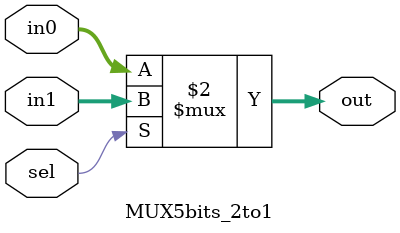
<source format=v>
module MUX5bits_2to1( out, sel, in0, in1 ) ;


input [4:0] in0, in1 ;
input sel ;
output [4:0] out ;

assign out = ( sel == 0 ) ? in0 : in1 ;



endmodule
</source>
